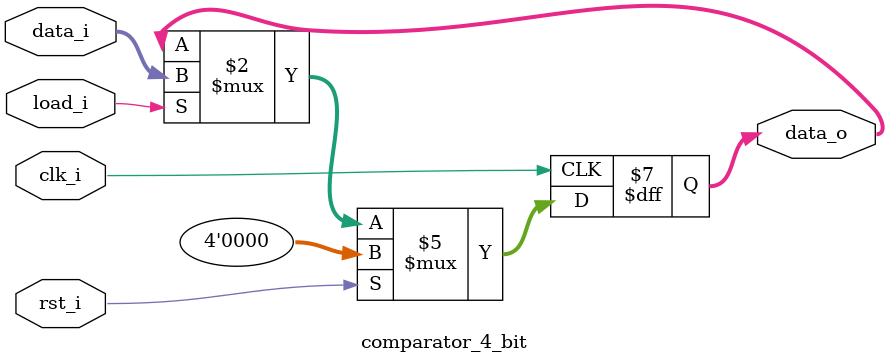
<source format=v>

module comparator_4_bit(
  input            clk_i , // Clock
  input            rst_i , // Reset
  input            load_i, // Load eanble input
  input      [3:0] data_i, // Parallel data input
  output reg [3:0] data_o  // Parallel data output
);
  
  // Sequential Logic
  always@(posedge clk_i)begin
    if(rst_i)begin
      data_o <= 'h0;
    end else begin
	  if(load_i)begin
	    data_o <= data_i;
	  end
    end
  end
  
endmodule
</source>
